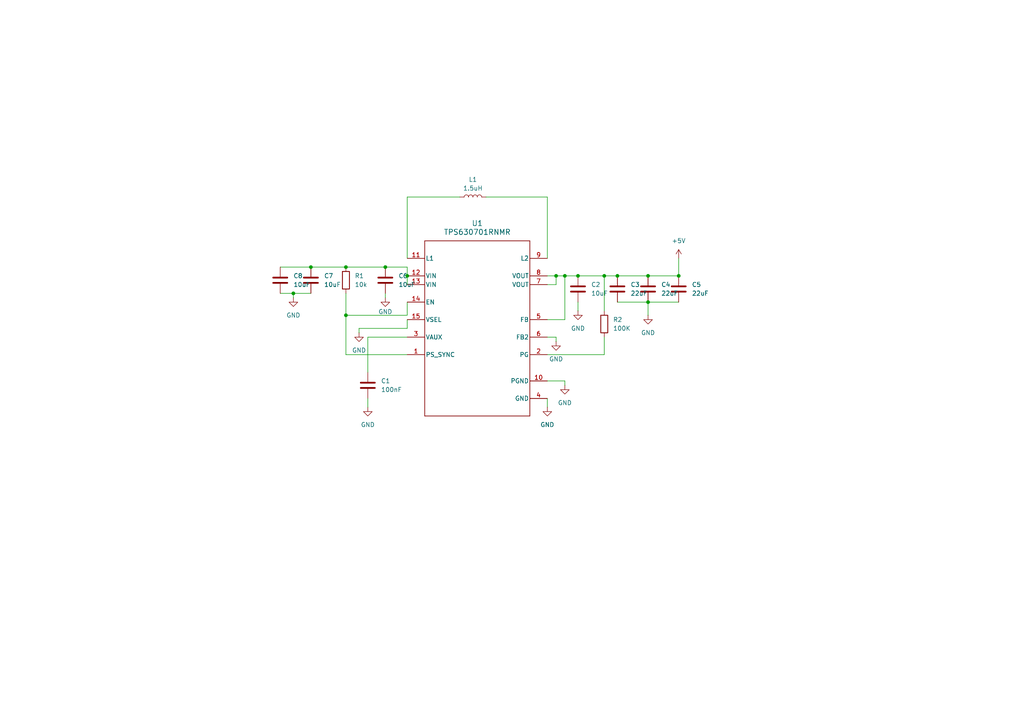
<source format=kicad_sch>
(kicad_sch (version 20250114) (generator "eeschema") (generator_version "9.0")
  (paper "A4")
  (lib_symbols
    (symbol "Device:C" (pin_numbers (hide yes)) (pin_names (offset 0.254))
      (property "Reference" "C" (at 0.635 2.54 0))
      (property "Value" "C" (at 0.635 -2.54 0))
      (symbol "C_0_1"
        (polyline (pts (xy -2.032 0.762) (xy 2.032 0.762)) (stroke (width 0.508)))
        (polyline (pts (xy -2.032 -0.762) (xy 2.032 -0.762)) (stroke (width 0.508)))
      )
      (symbol "C_1_1"
        (pin passive line (at 0 3.81 270) (length 2.794) (name "~") (number "1"))
        (pin passive line (at 0 -3.81 90) (length 2.794) (name "~") (number "2"))
      )
    )
    (symbol "Device:L" (pin_numbers (hide yes)) (pin_names (offset 1.016) (hide yes))
      (property "Reference" "L" (at -1.27 0 90))
      (property "Value" "L" (at 1.905 0 90))
      (symbol "L_0_1"
        (arc (start 0 2.54) (mid 0.6323 1.905) (end 0 1.27))
        (arc (start 0 1.27) (mid 0.6323 0.635) (end 0 0))
        (arc (start 0 0) (mid 0.6323 -0.635) (end 0 -1.27))
        (arc (start 0 -1.27) (mid 0.6323 -1.905) (end 0 -2.54))
      )
      (symbol "L_1_1"
        (pin passive line (at 0 3.81 270) (length 1.27) (name "1") (number "1"))
        (pin passive line (at 0 -3.81 90) (length 1.27) (name "2") (number "2"))
      )
    )
    (symbol "Device:R" (pin_numbers (hide yes)) (pin_names (offset 0))
      (property "Reference" "R" (at 2.032 0 90))
      (property "Value" "R" (at 0 0 90))
      (symbol "R_0_1"
        (rectangle (start -1.016 -2.54) (end 1.016 2.54) (stroke (width 0.254)))
      )
      (symbol "R_1_1"
        (pin passive line (at 0 3.81 270) (length 1.27) (name "~") (number "1"))
        (pin passive line (at 0 -3.81 90) (length 1.27) (name "~") (number "2"))
      )
    )
    (symbol "TPS63070:TPS630701RNMR" (pin_names (offset 0.254))
      (property "Reference" "U" (at 0 2.54 0))
      (property "Value" "TPS630701RNMR" (at 0 0 0))
      (symbol "TPS630701RNMR_0_1"
        (polyline (pts (xy -15.24 25.4) (xy -15.24 -25.4)) (stroke (width 0.2032)))
        (polyline (pts (xy -15.24 -25.4) (xy 15.24 -25.4)) (stroke (width 0.2032)))
        (polyline (pts (xy 15.24 25.4) (xy -15.24 25.4)) (stroke (width 0.2032)))
        (polyline (pts (xy 15.24 -25.4) (xy 15.24 25.4)) (stroke (width 0.2032)))
        (pin unspecified line (at -20.32 20.32 0) (length 5.08) (name "L1") (number "11"))
        (pin power_in line (at -20.32 15.24 0) (length 5.08) (name "VIN") (number "12"))
        (pin power_in line (at -20.32 12.7 0) (length 5.08) (name "VIN") (number "13"))
        (pin input line (at -20.32 7.62 0) (length 5.08) (name "EN") (number "14"))
        (pin input line (at -20.32 2.54 0) (length 5.08) (name "VSEL") (number "15"))
        (pin unspecified line (at -20.32 -2.54 0) (length 5.08) (name "VAUX") (number "3"))
        (pin input line (at -20.32 -7.62 0) (length 5.08) (name "PS_SYNC") (number "1"))
        (pin unspecified line (at 20.32 20.32 180) (length 5.08) (name "L2") (number "9"))
        (pin power_in line (at 20.32 15.24 180) (length 5.08) (name "VOUT") (number "8"))
        (pin power_in line (at 20.32 12.7 180) (length 5.08) (name "VOUT") (number "7"))
        (pin output line (at 20.32 2.54 180) (length 5.08) (name "FB") (number "5"))
        (pin input line (at 20.32 -2.54 180) (length 5.08) (name "FB2") (number "6"))
        (pin open_collector line (at 20.32 -7.62 180) (length 5.08) (name "PG") (number "2"))
        (pin power_in line (at 20.32 -15.24 180) (length 5.08) (name "PGND") (number "10"))
        (pin power_in line (at 20.32 -20.32 180) (length 5.08) (name "GND") (number "4"))
      )
    )
    (symbol "power:+5V" (power) (pin_numbers (hide yes)) (pin_names (offset 0) (hide yes))
      (property "Value" "+5V" (at 0 3.556 0))
      (symbol "+5V_0_1"
        (polyline (pts (xy -0.762 1.27) (xy 0 2.54)))
        (polyline (pts (xy 0 2.54) (xy 0.762 1.27)))
        (polyline (pts (xy 0 0) (xy 0 2.54)))
      )
      (symbol "+5V_1_1"
        (pin power_in line (at 0 0 90) (length 0) (name "~") (number "1"))
      )
    )
    (symbol "power:GND" (power) (pin_numbers (hide yes)) (pin_names (offset 0) (hide yes))
      (property "Value" "GND" (at 0 -3.81 0))
      (symbol "GND_0_1"
        (polyline (pts (xy 0 0) (xy 0 -1.27) (xy 1.27 -1.27) (xy 0 -2.54) (xy -1.27 -1.27) (xy 0 -1.27)))
      )
      (symbol "GND_1_1"
        (pin power_in line (at 0 0 270) (length 0) (name "~") (number "1"))
      )
    )
  )
  (junction (at 187.96 87.63))
  (junction (at 175.26 80.01))
  (junction (at 187.96 80.01))
  (junction (at 100.33 91.44))
  (junction (at 118.11 80.01))
  (junction (at 196.85 80.01))
  (junction (at 90.17 77.47))
  (junction (at 179.07 80.01))
  (junction (at 100.33 77.47))
  (junction (at 85.09 85.09))
  (junction (at 111.76 77.47))
  (junction (at 163.83 80.01))
  (junction (at 167.64 80.01))
  (junction (at 161.29 80.01))
  (wire (pts (xy 187.96 80.01) (xy 196.85 80.01)))
  (wire (pts (xy 167.64 87.63) (xy 167.64 90.17)))
  (wire (pts (xy 187.96 87.63) (xy 196.85 87.63)))
  (wire (pts (xy 163.83 110.49) (xy 163.83 111.76)))
  (wire (pts (xy 85.09 85.09) (xy 90.17 85.09)))
  (wire (pts (xy 106.68 115.57) (xy 106.68 118.11)))
  (wire (pts (xy 196.85 74.93) (xy 196.85 80.01)))
  (wire (pts (xy 100.33 91.44) (xy 100.33 102.87)))
  (wire (pts (xy 187.96 87.63) (xy 187.96 91.44)))
  (wire (pts (xy 118.11 102.87) (xy 100.33 102.87)))
  (wire (pts (xy 104.14 95.25) (xy 104.14 96.52)))
  (wire (pts (xy 118.11 87.63) (xy 118.11 91.44)))
  (wire (pts (xy 179.07 87.63) (xy 187.96 87.63)))
  (wire (pts (xy 161.29 82.55) (xy 161.29 80.01)))
  (wire (pts (xy 100.33 77.47) (xy 111.76 77.47)))
  (wire (pts (xy 118.11 74.93) (xy 118.11 57.15)))
  (wire (pts (xy 161.29 97.79) (xy 161.29 99.06)))
  (wire (pts (xy 175.26 80.01) (xy 175.26 90.17)))
  (wire (pts (xy 118.11 97.79) (xy 106.68 97.79)))
  (wire (pts (xy 118.11 95.25) (xy 118.11 92.71)))
  (wire (pts (xy 179.07 80.01) (xy 187.96 80.01)))
  (wire (pts (xy 111.76 77.47) (xy 118.11 77.47)))
  (wire (pts (xy 158.75 115.57) (xy 158.75 118.11)))
  (wire (pts (xy 167.64 80.01) (xy 175.26 80.01)))
  (wire (pts (xy 175.26 102.87) (xy 175.26 97.79)))
  (wire (pts (xy 81.28 85.09) (xy 85.09 85.09)))
  (wire (pts (xy 118.11 80.01) (xy 118.11 82.55)))
  (wire (pts (xy 158.75 80.01) (xy 161.29 80.01)))
  (wire (pts (xy 158.75 110.49) (xy 163.83 110.49)))
  (wire (pts (xy 118.11 77.47) (xy 118.11 80.01)))
  (wire (pts (xy 81.28 77.47) (xy 90.17 77.47)))
  (wire (pts (xy 90.17 77.47) (xy 100.33 77.47)))
  (wire (pts (xy 163.83 92.71) (xy 163.83 80.01)))
  (wire (pts (xy 158.75 92.71) (xy 163.83 92.71)))
  (wire (pts (xy 158.75 97.79) (xy 161.29 97.79)))
  (wire (pts (xy 118.11 95.25) (xy 104.14 95.25)))
  (wire (pts (xy 163.83 80.01) (xy 167.64 80.01)))
  (wire (pts (xy 158.75 102.87) (xy 175.26 102.87)))
  (wire (pts (xy 106.68 97.79) (xy 106.68 107.95)))
  (wire (pts (xy 158.75 57.15) (xy 158.75 74.93)))
  (wire (pts (xy 161.29 80.01) (xy 163.83 80.01)))
  (wire (pts (xy 100.33 85.09) (xy 100.33 91.44)))
  (wire (pts (xy 158.75 82.55) (xy 161.29 82.55)))
  (wire (pts (xy 100.33 91.44) (xy 118.11 91.44)))
  (wire (pts (xy 85.09 85.09) (xy 85.09 86.36)))
  (wire (pts (xy 111.76 85.09) (xy 111.76 86.36)))
  (wire (pts (xy 118.11 57.15) (xy 133.35 57.15)))
  (wire (pts (xy 175.26 80.01) (xy 179.07 80.01)))
  (wire (pts (xy 140.97 57.15) (xy 158.75 57.15)))
  (symbol (lib_id "power:GND") (at 158.75 118.11 0) (unit 1)
    (property "Reference" "#PWR06" (effects (hide yes)))
    (property "Value" "GND" (at 158.75 123.19 0))
    (property "Description" "Power symbol creates a global label with name \"GND\" , ground" (effects (hide yes)))
  )
  (symbol (lib_id "power:GND") (at 167.64 90.17 0) (unit 1)
    (property "Reference" "#PWR04" (effects (hide yes)))
    (property "Value" "GND" (at 167.64 95.25 0))
    (property "Description" "Power symbol creates a global label with name \"GND\" , ground" (effects (hide yes)))
  )
  (symbol (lib_id "power:GND") (at 85.09 86.36 0) (unit 1)
    (property "Reference" "#PWR09" (effects (hide yes)))
    (property "Value" "GND" (at 85.09 91.44 0))
    (property "Description" "Power symbol creates a global label with name \"GND\" , ground" (effects (hide yes)))
  )
  (symbol (lib_id "Device:C") (at 106.68 111.76 0) (unit 1)
    (property "Reference" "C1" (at 110.49 110.4899 0) (effects (justify left)))
    (property "Value" "100nF" (at 110.49 113.0299 0) (effects (justify left)))
    (property "Description" "Unpolarized capacitor" (effects (hide yes)))
  )
  (symbol (lib_id "Device:C") (at 167.64 83.82 0) (unit 1)
    (property "Reference" "C2" (at 171.45 82.5499 0) (effects (justify left)))
    (property "Value" "10uF" (at 171.45 85.0899 0) (effects (justify left)))
    (property "Description" "Unpolarized capacitor" (effects (hide yes)))
  )
  (symbol (lib_id "power:+5V") (at 196.85 74.93 0) (unit 1)
    (property "Reference" "#PWR02" (effects (hide yes)))
    (property "Value" "+5V" (at 196.85 69.85 0))
    (property "Description" "Power symbol creates a global label with name \"+5V\"" (effects (hide yes)))
  )
  (symbol (lib_id "power:GND") (at 104.14 96.52 0) (unit 1)
    (property "Reference" "#PWR08" (effects (hide yes)))
    (property "Value" "GND" (at 104.14 101.6 0))
    (property "Description" "Power symbol creates a global label with name \"GND\" , ground" (effects (hide yes)))
  )
  (symbol (lib_id "Device:C") (at 81.28 81.28 0) (unit 1)
    (property "Reference" "C8" (at 85.09 80.0099 0) (effects (justify left)))
    (property "Value" "10uF" (at 85.09 82.5499 0) (effects (justify left)))
    (property "Description" "Unpolarized capacitor" (effects (hide yes)))
  )
  (symbol (lib_id "TPS63070:TPS630701RNMR") (at 138.43 95.25 0) (unit 1)
    (property "Reference" "U1" (at 138.43 64.77 0) (effects (font (size 1.524 1.524))))
    (property "Value" "TPS630701RNMR" (at 138.43 67.31 0) (effects (font (size 1.524 1.524))))
    (property "Footprint" "RNM0015A" (effects (hide yes)))
    (property "Datasheet" "https://www.ti.com/lit/gpn/tps63070" (effects (hide yes)))
  )
  (symbol (lib_id "Device:C") (at 196.85 83.82 0) (unit 1)
    (property "Reference" "C5" (at 200.66 82.5499 0) (effects (justify left)))
    (property "Value" "22uF" (at 200.66 85.0899 0) (effects (justify left)))
    (property "Description" "Unpolarized capacitor" (effects (hide yes)))
  )
  (symbol (lib_id "Device:C") (at 111.76 81.28 0) (unit 1)
    (property "Reference" "C6" (at 115.57 80.0099 0) (effects (justify left)))
    (property "Value" "10uF" (at 115.57 82.5499 0) (effects (justify left)))
    (property "Description" "Unpolarized capacitor" (effects (hide yes)))
  )
  (symbol (lib_id "power:GND") (at 161.29 99.06 0) (unit 1)
    (property "Reference" "#PWR07" (effects (hide yes)))
    (property "Value" "GND" (at 161.29 104.14 0))
    (property "Description" "Power symbol creates a global label with name \"GND\" , ground" (effects (hide yes)))
  )
  (symbol (lib_id "Device:L") (at 137.16 57.15 90) (unit 1)
    (property "Reference" "L1" (at 137.16 52.07 90))
    (property "Value" "1.5uH" (at 137.16 54.61 90))
    (property "Description" "Inductor" (effects (hide yes)))
  )
  (symbol (lib_id "power:GND") (at 111.76 86.36 0) (unit 1)
    (property "Reference" "#PWR010" (effects (hide yes)))
    (property "Value" "GND" (at 111.76 90.424 0))
    (property "Description" "Power symbol creates a global label with name \"GND\" , ground" (effects (hide yes)))
  )
  (symbol (lib_id "Device:C") (at 187.96 83.82 0) (unit 1)
    (property "Reference" "C4" (at 191.77 82.5499 0) (effects (justify left)))
    (property "Value" "22uF" (at 191.77 85.0899 0) (effects (justify left)))
    (property "Description" "Unpolarized capacitor" (effects (hide yes)))
  )
  (symbol (lib_id "power:GND") (at 163.83 111.76 0) (unit 1)
    (property "Reference" "#PWR05" (effects (hide yes)))
    (property "Value" "GND" (at 163.83 116.84 0))
    (property "Description" "Power symbol creates a global label with name \"GND\" , ground" (effects (hide yes)))
  )
  (symbol (lib_id "Device:C") (at 90.17 81.28 0) (unit 1)
    (property "Reference" "C7" (at 93.98 80.0099 0) (effects (justify left)))
    (property "Value" "10uF" (at 93.98 82.5499 0) (effects (justify left)))
    (property "Description" "Unpolarized capacitor" (effects (hide yes)))
  )
  (symbol (lib_id "Device:R") (at 175.26 93.98 0) (unit 1)
    (property "Reference" "R2" (at 177.8 92.7099 0) (effects (justify left)))
    (property "Value" "100K" (at 177.8 95.2499 0) (effects (justify left)))
    (property "Description" "Resistor" (effects (hide yes)))
  )
  (symbol (lib_id "power:GND") (at 187.96 91.44 0) (unit 1)
    (property "Reference" "#PWR03" (effects (hide yes)))
    (property "Value" "GND" (at 187.96 96.52 0))
    (property "Description" "Power symbol creates a global label with name \"GND\" , ground" (effects (hide yes)))
  )
  (symbol (lib_id "Device:C") (at 179.07 83.82 0) (unit 1)
    (property "Reference" "C3" (at 182.88 82.5499 0) (effects (justify left)))
    (property "Value" "22uF" (at 182.88 85.0899 0) (effects (justify left)))
    (property "Description" "Unpolarized capacitor" (effects (hide yes)))
  )
  (symbol (lib_id "Device:R") (at 100.33 81.28 0) (unit 1)
    (property "Reference" "R1" (at 102.87 80.0099 0) (effects (justify left)))
    (property "Value" "10k" (at 102.87 82.5499 0) (effects (justify left)))
    (property "Description" "Resistor" (effects (hide yes)))
  )
  (symbol (lib_id "power:GND") (at 106.68 118.11 0) (unit 1)
    (property "Reference" "#PWR01" (effects (hide yes)))
    (property "Value" "GND" (at 106.68 123.19 0))
    (property "Description" "Power symbol creates a global label with name \"GND\" , ground" (effects (hide yes)))
  )
)
</source>
